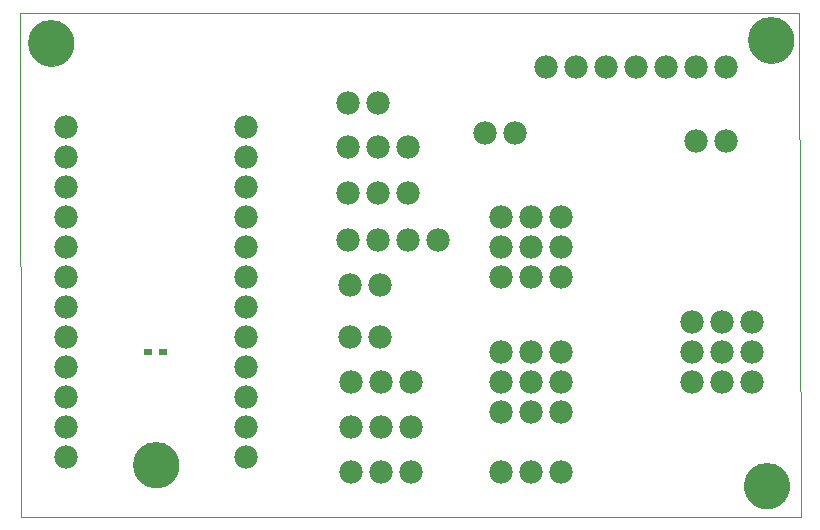
<source format=gbs>
G75*
%MOIN*%
%OFA0B0*%
%FSLAX25Y25*%
%IPPOS*%
%LPD*%
%AMOC8*
5,1,8,0,0,1.08239X$1,22.5*
%
%ADD10C,0.00000*%
%ADD11C,0.15350*%
%ADD12C,0.07800*%
%ADD13R,0.03156X0.02369*%
D10*
X0006300Y0005560D02*
X0005800Y0173761D01*
X0265721Y0173761D01*
X0266221Y0005560D01*
X0006300Y0005560D01*
X0043825Y0023060D02*
X0043827Y0023243D01*
X0043834Y0023427D01*
X0043845Y0023610D01*
X0043861Y0023793D01*
X0043881Y0023975D01*
X0043906Y0024157D01*
X0043935Y0024338D01*
X0043969Y0024518D01*
X0044007Y0024698D01*
X0044049Y0024876D01*
X0044096Y0025054D01*
X0044147Y0025230D01*
X0044202Y0025405D01*
X0044262Y0025578D01*
X0044326Y0025750D01*
X0044394Y0025921D01*
X0044466Y0026089D01*
X0044543Y0026256D01*
X0044623Y0026421D01*
X0044708Y0026584D01*
X0044796Y0026744D01*
X0044888Y0026903D01*
X0044985Y0027059D01*
X0045085Y0027213D01*
X0045189Y0027364D01*
X0045296Y0027513D01*
X0045407Y0027659D01*
X0045522Y0027802D01*
X0045640Y0027942D01*
X0045761Y0028080D01*
X0045886Y0028214D01*
X0046014Y0028346D01*
X0046146Y0028474D01*
X0046280Y0028599D01*
X0046418Y0028720D01*
X0046558Y0028838D01*
X0046701Y0028953D01*
X0046847Y0029064D01*
X0046996Y0029171D01*
X0047147Y0029275D01*
X0047301Y0029375D01*
X0047457Y0029472D01*
X0047616Y0029564D01*
X0047776Y0029652D01*
X0047939Y0029737D01*
X0048104Y0029817D01*
X0048271Y0029894D01*
X0048439Y0029966D01*
X0048610Y0030034D01*
X0048782Y0030098D01*
X0048955Y0030158D01*
X0049130Y0030213D01*
X0049306Y0030264D01*
X0049484Y0030311D01*
X0049662Y0030353D01*
X0049842Y0030391D01*
X0050022Y0030425D01*
X0050203Y0030454D01*
X0050385Y0030479D01*
X0050567Y0030499D01*
X0050750Y0030515D01*
X0050933Y0030526D01*
X0051117Y0030533D01*
X0051300Y0030535D01*
X0051483Y0030533D01*
X0051667Y0030526D01*
X0051850Y0030515D01*
X0052033Y0030499D01*
X0052215Y0030479D01*
X0052397Y0030454D01*
X0052578Y0030425D01*
X0052758Y0030391D01*
X0052938Y0030353D01*
X0053116Y0030311D01*
X0053294Y0030264D01*
X0053470Y0030213D01*
X0053645Y0030158D01*
X0053818Y0030098D01*
X0053990Y0030034D01*
X0054161Y0029966D01*
X0054329Y0029894D01*
X0054496Y0029817D01*
X0054661Y0029737D01*
X0054824Y0029652D01*
X0054984Y0029564D01*
X0055143Y0029472D01*
X0055299Y0029375D01*
X0055453Y0029275D01*
X0055604Y0029171D01*
X0055753Y0029064D01*
X0055899Y0028953D01*
X0056042Y0028838D01*
X0056182Y0028720D01*
X0056320Y0028599D01*
X0056454Y0028474D01*
X0056586Y0028346D01*
X0056714Y0028214D01*
X0056839Y0028080D01*
X0056960Y0027942D01*
X0057078Y0027802D01*
X0057193Y0027659D01*
X0057304Y0027513D01*
X0057411Y0027364D01*
X0057515Y0027213D01*
X0057615Y0027059D01*
X0057712Y0026903D01*
X0057804Y0026744D01*
X0057892Y0026584D01*
X0057977Y0026421D01*
X0058057Y0026256D01*
X0058134Y0026089D01*
X0058206Y0025921D01*
X0058274Y0025750D01*
X0058338Y0025578D01*
X0058398Y0025405D01*
X0058453Y0025230D01*
X0058504Y0025054D01*
X0058551Y0024876D01*
X0058593Y0024698D01*
X0058631Y0024518D01*
X0058665Y0024338D01*
X0058694Y0024157D01*
X0058719Y0023975D01*
X0058739Y0023793D01*
X0058755Y0023610D01*
X0058766Y0023427D01*
X0058773Y0023243D01*
X0058775Y0023060D01*
X0058773Y0022877D01*
X0058766Y0022693D01*
X0058755Y0022510D01*
X0058739Y0022327D01*
X0058719Y0022145D01*
X0058694Y0021963D01*
X0058665Y0021782D01*
X0058631Y0021602D01*
X0058593Y0021422D01*
X0058551Y0021244D01*
X0058504Y0021066D01*
X0058453Y0020890D01*
X0058398Y0020715D01*
X0058338Y0020542D01*
X0058274Y0020370D01*
X0058206Y0020199D01*
X0058134Y0020031D01*
X0058057Y0019864D01*
X0057977Y0019699D01*
X0057892Y0019536D01*
X0057804Y0019376D01*
X0057712Y0019217D01*
X0057615Y0019061D01*
X0057515Y0018907D01*
X0057411Y0018756D01*
X0057304Y0018607D01*
X0057193Y0018461D01*
X0057078Y0018318D01*
X0056960Y0018178D01*
X0056839Y0018040D01*
X0056714Y0017906D01*
X0056586Y0017774D01*
X0056454Y0017646D01*
X0056320Y0017521D01*
X0056182Y0017400D01*
X0056042Y0017282D01*
X0055899Y0017167D01*
X0055753Y0017056D01*
X0055604Y0016949D01*
X0055453Y0016845D01*
X0055299Y0016745D01*
X0055143Y0016648D01*
X0054984Y0016556D01*
X0054824Y0016468D01*
X0054661Y0016383D01*
X0054496Y0016303D01*
X0054329Y0016226D01*
X0054161Y0016154D01*
X0053990Y0016086D01*
X0053818Y0016022D01*
X0053645Y0015962D01*
X0053470Y0015907D01*
X0053294Y0015856D01*
X0053116Y0015809D01*
X0052938Y0015767D01*
X0052758Y0015729D01*
X0052578Y0015695D01*
X0052397Y0015666D01*
X0052215Y0015641D01*
X0052033Y0015621D01*
X0051850Y0015605D01*
X0051667Y0015594D01*
X0051483Y0015587D01*
X0051300Y0015585D01*
X0051117Y0015587D01*
X0050933Y0015594D01*
X0050750Y0015605D01*
X0050567Y0015621D01*
X0050385Y0015641D01*
X0050203Y0015666D01*
X0050022Y0015695D01*
X0049842Y0015729D01*
X0049662Y0015767D01*
X0049484Y0015809D01*
X0049306Y0015856D01*
X0049130Y0015907D01*
X0048955Y0015962D01*
X0048782Y0016022D01*
X0048610Y0016086D01*
X0048439Y0016154D01*
X0048271Y0016226D01*
X0048104Y0016303D01*
X0047939Y0016383D01*
X0047776Y0016468D01*
X0047616Y0016556D01*
X0047457Y0016648D01*
X0047301Y0016745D01*
X0047147Y0016845D01*
X0046996Y0016949D01*
X0046847Y0017056D01*
X0046701Y0017167D01*
X0046558Y0017282D01*
X0046418Y0017400D01*
X0046280Y0017521D01*
X0046146Y0017646D01*
X0046014Y0017774D01*
X0045886Y0017906D01*
X0045761Y0018040D01*
X0045640Y0018178D01*
X0045522Y0018318D01*
X0045407Y0018461D01*
X0045296Y0018607D01*
X0045189Y0018756D01*
X0045085Y0018907D01*
X0044985Y0019061D01*
X0044888Y0019217D01*
X0044796Y0019376D01*
X0044708Y0019536D01*
X0044623Y0019699D01*
X0044543Y0019864D01*
X0044466Y0020031D01*
X0044394Y0020199D01*
X0044326Y0020370D01*
X0044262Y0020542D01*
X0044202Y0020715D01*
X0044147Y0020890D01*
X0044096Y0021066D01*
X0044049Y0021244D01*
X0044007Y0021422D01*
X0043969Y0021602D01*
X0043935Y0021782D01*
X0043906Y0021963D01*
X0043881Y0022145D01*
X0043861Y0022327D01*
X0043845Y0022510D01*
X0043834Y0022693D01*
X0043827Y0022877D01*
X0043825Y0023060D01*
X0247325Y0016060D02*
X0247327Y0016243D01*
X0247334Y0016427D01*
X0247345Y0016610D01*
X0247361Y0016793D01*
X0247381Y0016975D01*
X0247406Y0017157D01*
X0247435Y0017338D01*
X0247469Y0017518D01*
X0247507Y0017698D01*
X0247549Y0017876D01*
X0247596Y0018054D01*
X0247647Y0018230D01*
X0247702Y0018405D01*
X0247762Y0018578D01*
X0247826Y0018750D01*
X0247894Y0018921D01*
X0247966Y0019089D01*
X0248043Y0019256D01*
X0248123Y0019421D01*
X0248208Y0019584D01*
X0248296Y0019744D01*
X0248388Y0019903D01*
X0248485Y0020059D01*
X0248585Y0020213D01*
X0248689Y0020364D01*
X0248796Y0020513D01*
X0248907Y0020659D01*
X0249022Y0020802D01*
X0249140Y0020942D01*
X0249261Y0021080D01*
X0249386Y0021214D01*
X0249514Y0021346D01*
X0249646Y0021474D01*
X0249780Y0021599D01*
X0249918Y0021720D01*
X0250058Y0021838D01*
X0250201Y0021953D01*
X0250347Y0022064D01*
X0250496Y0022171D01*
X0250647Y0022275D01*
X0250801Y0022375D01*
X0250957Y0022472D01*
X0251116Y0022564D01*
X0251276Y0022652D01*
X0251439Y0022737D01*
X0251604Y0022817D01*
X0251771Y0022894D01*
X0251939Y0022966D01*
X0252110Y0023034D01*
X0252282Y0023098D01*
X0252455Y0023158D01*
X0252630Y0023213D01*
X0252806Y0023264D01*
X0252984Y0023311D01*
X0253162Y0023353D01*
X0253342Y0023391D01*
X0253522Y0023425D01*
X0253703Y0023454D01*
X0253885Y0023479D01*
X0254067Y0023499D01*
X0254250Y0023515D01*
X0254433Y0023526D01*
X0254617Y0023533D01*
X0254800Y0023535D01*
X0254983Y0023533D01*
X0255167Y0023526D01*
X0255350Y0023515D01*
X0255533Y0023499D01*
X0255715Y0023479D01*
X0255897Y0023454D01*
X0256078Y0023425D01*
X0256258Y0023391D01*
X0256438Y0023353D01*
X0256616Y0023311D01*
X0256794Y0023264D01*
X0256970Y0023213D01*
X0257145Y0023158D01*
X0257318Y0023098D01*
X0257490Y0023034D01*
X0257661Y0022966D01*
X0257829Y0022894D01*
X0257996Y0022817D01*
X0258161Y0022737D01*
X0258324Y0022652D01*
X0258484Y0022564D01*
X0258643Y0022472D01*
X0258799Y0022375D01*
X0258953Y0022275D01*
X0259104Y0022171D01*
X0259253Y0022064D01*
X0259399Y0021953D01*
X0259542Y0021838D01*
X0259682Y0021720D01*
X0259820Y0021599D01*
X0259954Y0021474D01*
X0260086Y0021346D01*
X0260214Y0021214D01*
X0260339Y0021080D01*
X0260460Y0020942D01*
X0260578Y0020802D01*
X0260693Y0020659D01*
X0260804Y0020513D01*
X0260911Y0020364D01*
X0261015Y0020213D01*
X0261115Y0020059D01*
X0261212Y0019903D01*
X0261304Y0019744D01*
X0261392Y0019584D01*
X0261477Y0019421D01*
X0261557Y0019256D01*
X0261634Y0019089D01*
X0261706Y0018921D01*
X0261774Y0018750D01*
X0261838Y0018578D01*
X0261898Y0018405D01*
X0261953Y0018230D01*
X0262004Y0018054D01*
X0262051Y0017876D01*
X0262093Y0017698D01*
X0262131Y0017518D01*
X0262165Y0017338D01*
X0262194Y0017157D01*
X0262219Y0016975D01*
X0262239Y0016793D01*
X0262255Y0016610D01*
X0262266Y0016427D01*
X0262273Y0016243D01*
X0262275Y0016060D01*
X0262273Y0015877D01*
X0262266Y0015693D01*
X0262255Y0015510D01*
X0262239Y0015327D01*
X0262219Y0015145D01*
X0262194Y0014963D01*
X0262165Y0014782D01*
X0262131Y0014602D01*
X0262093Y0014422D01*
X0262051Y0014244D01*
X0262004Y0014066D01*
X0261953Y0013890D01*
X0261898Y0013715D01*
X0261838Y0013542D01*
X0261774Y0013370D01*
X0261706Y0013199D01*
X0261634Y0013031D01*
X0261557Y0012864D01*
X0261477Y0012699D01*
X0261392Y0012536D01*
X0261304Y0012376D01*
X0261212Y0012217D01*
X0261115Y0012061D01*
X0261015Y0011907D01*
X0260911Y0011756D01*
X0260804Y0011607D01*
X0260693Y0011461D01*
X0260578Y0011318D01*
X0260460Y0011178D01*
X0260339Y0011040D01*
X0260214Y0010906D01*
X0260086Y0010774D01*
X0259954Y0010646D01*
X0259820Y0010521D01*
X0259682Y0010400D01*
X0259542Y0010282D01*
X0259399Y0010167D01*
X0259253Y0010056D01*
X0259104Y0009949D01*
X0258953Y0009845D01*
X0258799Y0009745D01*
X0258643Y0009648D01*
X0258484Y0009556D01*
X0258324Y0009468D01*
X0258161Y0009383D01*
X0257996Y0009303D01*
X0257829Y0009226D01*
X0257661Y0009154D01*
X0257490Y0009086D01*
X0257318Y0009022D01*
X0257145Y0008962D01*
X0256970Y0008907D01*
X0256794Y0008856D01*
X0256616Y0008809D01*
X0256438Y0008767D01*
X0256258Y0008729D01*
X0256078Y0008695D01*
X0255897Y0008666D01*
X0255715Y0008641D01*
X0255533Y0008621D01*
X0255350Y0008605D01*
X0255167Y0008594D01*
X0254983Y0008587D01*
X0254800Y0008585D01*
X0254617Y0008587D01*
X0254433Y0008594D01*
X0254250Y0008605D01*
X0254067Y0008621D01*
X0253885Y0008641D01*
X0253703Y0008666D01*
X0253522Y0008695D01*
X0253342Y0008729D01*
X0253162Y0008767D01*
X0252984Y0008809D01*
X0252806Y0008856D01*
X0252630Y0008907D01*
X0252455Y0008962D01*
X0252282Y0009022D01*
X0252110Y0009086D01*
X0251939Y0009154D01*
X0251771Y0009226D01*
X0251604Y0009303D01*
X0251439Y0009383D01*
X0251276Y0009468D01*
X0251116Y0009556D01*
X0250957Y0009648D01*
X0250801Y0009745D01*
X0250647Y0009845D01*
X0250496Y0009949D01*
X0250347Y0010056D01*
X0250201Y0010167D01*
X0250058Y0010282D01*
X0249918Y0010400D01*
X0249780Y0010521D01*
X0249646Y0010646D01*
X0249514Y0010774D01*
X0249386Y0010906D01*
X0249261Y0011040D01*
X0249140Y0011178D01*
X0249022Y0011318D01*
X0248907Y0011461D01*
X0248796Y0011607D01*
X0248689Y0011756D01*
X0248585Y0011907D01*
X0248485Y0012061D01*
X0248388Y0012217D01*
X0248296Y0012376D01*
X0248208Y0012536D01*
X0248123Y0012699D01*
X0248043Y0012864D01*
X0247966Y0013031D01*
X0247894Y0013199D01*
X0247826Y0013370D01*
X0247762Y0013542D01*
X0247702Y0013715D01*
X0247647Y0013890D01*
X0247596Y0014066D01*
X0247549Y0014244D01*
X0247507Y0014422D01*
X0247469Y0014602D01*
X0247435Y0014782D01*
X0247406Y0014963D01*
X0247381Y0015145D01*
X0247361Y0015327D01*
X0247345Y0015510D01*
X0247334Y0015693D01*
X0247327Y0015877D01*
X0247325Y0016060D01*
X0248825Y0164560D02*
X0248827Y0164743D01*
X0248834Y0164927D01*
X0248845Y0165110D01*
X0248861Y0165293D01*
X0248881Y0165475D01*
X0248906Y0165657D01*
X0248935Y0165838D01*
X0248969Y0166018D01*
X0249007Y0166198D01*
X0249049Y0166376D01*
X0249096Y0166554D01*
X0249147Y0166730D01*
X0249202Y0166905D01*
X0249262Y0167078D01*
X0249326Y0167250D01*
X0249394Y0167421D01*
X0249466Y0167589D01*
X0249543Y0167756D01*
X0249623Y0167921D01*
X0249708Y0168084D01*
X0249796Y0168244D01*
X0249888Y0168403D01*
X0249985Y0168559D01*
X0250085Y0168713D01*
X0250189Y0168864D01*
X0250296Y0169013D01*
X0250407Y0169159D01*
X0250522Y0169302D01*
X0250640Y0169442D01*
X0250761Y0169580D01*
X0250886Y0169714D01*
X0251014Y0169846D01*
X0251146Y0169974D01*
X0251280Y0170099D01*
X0251418Y0170220D01*
X0251558Y0170338D01*
X0251701Y0170453D01*
X0251847Y0170564D01*
X0251996Y0170671D01*
X0252147Y0170775D01*
X0252301Y0170875D01*
X0252457Y0170972D01*
X0252616Y0171064D01*
X0252776Y0171152D01*
X0252939Y0171237D01*
X0253104Y0171317D01*
X0253271Y0171394D01*
X0253439Y0171466D01*
X0253610Y0171534D01*
X0253782Y0171598D01*
X0253955Y0171658D01*
X0254130Y0171713D01*
X0254306Y0171764D01*
X0254484Y0171811D01*
X0254662Y0171853D01*
X0254842Y0171891D01*
X0255022Y0171925D01*
X0255203Y0171954D01*
X0255385Y0171979D01*
X0255567Y0171999D01*
X0255750Y0172015D01*
X0255933Y0172026D01*
X0256117Y0172033D01*
X0256300Y0172035D01*
X0256483Y0172033D01*
X0256667Y0172026D01*
X0256850Y0172015D01*
X0257033Y0171999D01*
X0257215Y0171979D01*
X0257397Y0171954D01*
X0257578Y0171925D01*
X0257758Y0171891D01*
X0257938Y0171853D01*
X0258116Y0171811D01*
X0258294Y0171764D01*
X0258470Y0171713D01*
X0258645Y0171658D01*
X0258818Y0171598D01*
X0258990Y0171534D01*
X0259161Y0171466D01*
X0259329Y0171394D01*
X0259496Y0171317D01*
X0259661Y0171237D01*
X0259824Y0171152D01*
X0259984Y0171064D01*
X0260143Y0170972D01*
X0260299Y0170875D01*
X0260453Y0170775D01*
X0260604Y0170671D01*
X0260753Y0170564D01*
X0260899Y0170453D01*
X0261042Y0170338D01*
X0261182Y0170220D01*
X0261320Y0170099D01*
X0261454Y0169974D01*
X0261586Y0169846D01*
X0261714Y0169714D01*
X0261839Y0169580D01*
X0261960Y0169442D01*
X0262078Y0169302D01*
X0262193Y0169159D01*
X0262304Y0169013D01*
X0262411Y0168864D01*
X0262515Y0168713D01*
X0262615Y0168559D01*
X0262712Y0168403D01*
X0262804Y0168244D01*
X0262892Y0168084D01*
X0262977Y0167921D01*
X0263057Y0167756D01*
X0263134Y0167589D01*
X0263206Y0167421D01*
X0263274Y0167250D01*
X0263338Y0167078D01*
X0263398Y0166905D01*
X0263453Y0166730D01*
X0263504Y0166554D01*
X0263551Y0166376D01*
X0263593Y0166198D01*
X0263631Y0166018D01*
X0263665Y0165838D01*
X0263694Y0165657D01*
X0263719Y0165475D01*
X0263739Y0165293D01*
X0263755Y0165110D01*
X0263766Y0164927D01*
X0263773Y0164743D01*
X0263775Y0164560D01*
X0263773Y0164377D01*
X0263766Y0164193D01*
X0263755Y0164010D01*
X0263739Y0163827D01*
X0263719Y0163645D01*
X0263694Y0163463D01*
X0263665Y0163282D01*
X0263631Y0163102D01*
X0263593Y0162922D01*
X0263551Y0162744D01*
X0263504Y0162566D01*
X0263453Y0162390D01*
X0263398Y0162215D01*
X0263338Y0162042D01*
X0263274Y0161870D01*
X0263206Y0161699D01*
X0263134Y0161531D01*
X0263057Y0161364D01*
X0262977Y0161199D01*
X0262892Y0161036D01*
X0262804Y0160876D01*
X0262712Y0160717D01*
X0262615Y0160561D01*
X0262515Y0160407D01*
X0262411Y0160256D01*
X0262304Y0160107D01*
X0262193Y0159961D01*
X0262078Y0159818D01*
X0261960Y0159678D01*
X0261839Y0159540D01*
X0261714Y0159406D01*
X0261586Y0159274D01*
X0261454Y0159146D01*
X0261320Y0159021D01*
X0261182Y0158900D01*
X0261042Y0158782D01*
X0260899Y0158667D01*
X0260753Y0158556D01*
X0260604Y0158449D01*
X0260453Y0158345D01*
X0260299Y0158245D01*
X0260143Y0158148D01*
X0259984Y0158056D01*
X0259824Y0157968D01*
X0259661Y0157883D01*
X0259496Y0157803D01*
X0259329Y0157726D01*
X0259161Y0157654D01*
X0258990Y0157586D01*
X0258818Y0157522D01*
X0258645Y0157462D01*
X0258470Y0157407D01*
X0258294Y0157356D01*
X0258116Y0157309D01*
X0257938Y0157267D01*
X0257758Y0157229D01*
X0257578Y0157195D01*
X0257397Y0157166D01*
X0257215Y0157141D01*
X0257033Y0157121D01*
X0256850Y0157105D01*
X0256667Y0157094D01*
X0256483Y0157087D01*
X0256300Y0157085D01*
X0256117Y0157087D01*
X0255933Y0157094D01*
X0255750Y0157105D01*
X0255567Y0157121D01*
X0255385Y0157141D01*
X0255203Y0157166D01*
X0255022Y0157195D01*
X0254842Y0157229D01*
X0254662Y0157267D01*
X0254484Y0157309D01*
X0254306Y0157356D01*
X0254130Y0157407D01*
X0253955Y0157462D01*
X0253782Y0157522D01*
X0253610Y0157586D01*
X0253439Y0157654D01*
X0253271Y0157726D01*
X0253104Y0157803D01*
X0252939Y0157883D01*
X0252776Y0157968D01*
X0252616Y0158056D01*
X0252457Y0158148D01*
X0252301Y0158245D01*
X0252147Y0158345D01*
X0251996Y0158449D01*
X0251847Y0158556D01*
X0251701Y0158667D01*
X0251558Y0158782D01*
X0251418Y0158900D01*
X0251280Y0159021D01*
X0251146Y0159146D01*
X0251014Y0159274D01*
X0250886Y0159406D01*
X0250761Y0159540D01*
X0250640Y0159678D01*
X0250522Y0159818D01*
X0250407Y0159961D01*
X0250296Y0160107D01*
X0250189Y0160256D01*
X0250085Y0160407D01*
X0249985Y0160561D01*
X0249888Y0160717D01*
X0249796Y0160876D01*
X0249708Y0161036D01*
X0249623Y0161199D01*
X0249543Y0161364D01*
X0249466Y0161531D01*
X0249394Y0161699D01*
X0249326Y0161870D01*
X0249262Y0162042D01*
X0249202Y0162215D01*
X0249147Y0162390D01*
X0249096Y0162566D01*
X0249049Y0162744D01*
X0249007Y0162922D01*
X0248969Y0163102D01*
X0248935Y0163282D01*
X0248906Y0163463D01*
X0248881Y0163645D01*
X0248861Y0163827D01*
X0248845Y0164010D01*
X0248834Y0164193D01*
X0248827Y0164377D01*
X0248825Y0164560D01*
X0008825Y0163560D02*
X0008827Y0163743D01*
X0008834Y0163927D01*
X0008845Y0164110D01*
X0008861Y0164293D01*
X0008881Y0164475D01*
X0008906Y0164657D01*
X0008935Y0164838D01*
X0008969Y0165018D01*
X0009007Y0165198D01*
X0009049Y0165376D01*
X0009096Y0165554D01*
X0009147Y0165730D01*
X0009202Y0165905D01*
X0009262Y0166078D01*
X0009326Y0166250D01*
X0009394Y0166421D01*
X0009466Y0166589D01*
X0009543Y0166756D01*
X0009623Y0166921D01*
X0009708Y0167084D01*
X0009796Y0167244D01*
X0009888Y0167403D01*
X0009985Y0167559D01*
X0010085Y0167713D01*
X0010189Y0167864D01*
X0010296Y0168013D01*
X0010407Y0168159D01*
X0010522Y0168302D01*
X0010640Y0168442D01*
X0010761Y0168580D01*
X0010886Y0168714D01*
X0011014Y0168846D01*
X0011146Y0168974D01*
X0011280Y0169099D01*
X0011418Y0169220D01*
X0011558Y0169338D01*
X0011701Y0169453D01*
X0011847Y0169564D01*
X0011996Y0169671D01*
X0012147Y0169775D01*
X0012301Y0169875D01*
X0012457Y0169972D01*
X0012616Y0170064D01*
X0012776Y0170152D01*
X0012939Y0170237D01*
X0013104Y0170317D01*
X0013271Y0170394D01*
X0013439Y0170466D01*
X0013610Y0170534D01*
X0013782Y0170598D01*
X0013955Y0170658D01*
X0014130Y0170713D01*
X0014306Y0170764D01*
X0014484Y0170811D01*
X0014662Y0170853D01*
X0014842Y0170891D01*
X0015022Y0170925D01*
X0015203Y0170954D01*
X0015385Y0170979D01*
X0015567Y0170999D01*
X0015750Y0171015D01*
X0015933Y0171026D01*
X0016117Y0171033D01*
X0016300Y0171035D01*
X0016483Y0171033D01*
X0016667Y0171026D01*
X0016850Y0171015D01*
X0017033Y0170999D01*
X0017215Y0170979D01*
X0017397Y0170954D01*
X0017578Y0170925D01*
X0017758Y0170891D01*
X0017938Y0170853D01*
X0018116Y0170811D01*
X0018294Y0170764D01*
X0018470Y0170713D01*
X0018645Y0170658D01*
X0018818Y0170598D01*
X0018990Y0170534D01*
X0019161Y0170466D01*
X0019329Y0170394D01*
X0019496Y0170317D01*
X0019661Y0170237D01*
X0019824Y0170152D01*
X0019984Y0170064D01*
X0020143Y0169972D01*
X0020299Y0169875D01*
X0020453Y0169775D01*
X0020604Y0169671D01*
X0020753Y0169564D01*
X0020899Y0169453D01*
X0021042Y0169338D01*
X0021182Y0169220D01*
X0021320Y0169099D01*
X0021454Y0168974D01*
X0021586Y0168846D01*
X0021714Y0168714D01*
X0021839Y0168580D01*
X0021960Y0168442D01*
X0022078Y0168302D01*
X0022193Y0168159D01*
X0022304Y0168013D01*
X0022411Y0167864D01*
X0022515Y0167713D01*
X0022615Y0167559D01*
X0022712Y0167403D01*
X0022804Y0167244D01*
X0022892Y0167084D01*
X0022977Y0166921D01*
X0023057Y0166756D01*
X0023134Y0166589D01*
X0023206Y0166421D01*
X0023274Y0166250D01*
X0023338Y0166078D01*
X0023398Y0165905D01*
X0023453Y0165730D01*
X0023504Y0165554D01*
X0023551Y0165376D01*
X0023593Y0165198D01*
X0023631Y0165018D01*
X0023665Y0164838D01*
X0023694Y0164657D01*
X0023719Y0164475D01*
X0023739Y0164293D01*
X0023755Y0164110D01*
X0023766Y0163927D01*
X0023773Y0163743D01*
X0023775Y0163560D01*
X0023773Y0163377D01*
X0023766Y0163193D01*
X0023755Y0163010D01*
X0023739Y0162827D01*
X0023719Y0162645D01*
X0023694Y0162463D01*
X0023665Y0162282D01*
X0023631Y0162102D01*
X0023593Y0161922D01*
X0023551Y0161744D01*
X0023504Y0161566D01*
X0023453Y0161390D01*
X0023398Y0161215D01*
X0023338Y0161042D01*
X0023274Y0160870D01*
X0023206Y0160699D01*
X0023134Y0160531D01*
X0023057Y0160364D01*
X0022977Y0160199D01*
X0022892Y0160036D01*
X0022804Y0159876D01*
X0022712Y0159717D01*
X0022615Y0159561D01*
X0022515Y0159407D01*
X0022411Y0159256D01*
X0022304Y0159107D01*
X0022193Y0158961D01*
X0022078Y0158818D01*
X0021960Y0158678D01*
X0021839Y0158540D01*
X0021714Y0158406D01*
X0021586Y0158274D01*
X0021454Y0158146D01*
X0021320Y0158021D01*
X0021182Y0157900D01*
X0021042Y0157782D01*
X0020899Y0157667D01*
X0020753Y0157556D01*
X0020604Y0157449D01*
X0020453Y0157345D01*
X0020299Y0157245D01*
X0020143Y0157148D01*
X0019984Y0157056D01*
X0019824Y0156968D01*
X0019661Y0156883D01*
X0019496Y0156803D01*
X0019329Y0156726D01*
X0019161Y0156654D01*
X0018990Y0156586D01*
X0018818Y0156522D01*
X0018645Y0156462D01*
X0018470Y0156407D01*
X0018294Y0156356D01*
X0018116Y0156309D01*
X0017938Y0156267D01*
X0017758Y0156229D01*
X0017578Y0156195D01*
X0017397Y0156166D01*
X0017215Y0156141D01*
X0017033Y0156121D01*
X0016850Y0156105D01*
X0016667Y0156094D01*
X0016483Y0156087D01*
X0016300Y0156085D01*
X0016117Y0156087D01*
X0015933Y0156094D01*
X0015750Y0156105D01*
X0015567Y0156121D01*
X0015385Y0156141D01*
X0015203Y0156166D01*
X0015022Y0156195D01*
X0014842Y0156229D01*
X0014662Y0156267D01*
X0014484Y0156309D01*
X0014306Y0156356D01*
X0014130Y0156407D01*
X0013955Y0156462D01*
X0013782Y0156522D01*
X0013610Y0156586D01*
X0013439Y0156654D01*
X0013271Y0156726D01*
X0013104Y0156803D01*
X0012939Y0156883D01*
X0012776Y0156968D01*
X0012616Y0157056D01*
X0012457Y0157148D01*
X0012301Y0157245D01*
X0012147Y0157345D01*
X0011996Y0157449D01*
X0011847Y0157556D01*
X0011701Y0157667D01*
X0011558Y0157782D01*
X0011418Y0157900D01*
X0011280Y0158021D01*
X0011146Y0158146D01*
X0011014Y0158274D01*
X0010886Y0158406D01*
X0010761Y0158540D01*
X0010640Y0158678D01*
X0010522Y0158818D01*
X0010407Y0158961D01*
X0010296Y0159107D01*
X0010189Y0159256D01*
X0010085Y0159407D01*
X0009985Y0159561D01*
X0009888Y0159717D01*
X0009796Y0159876D01*
X0009708Y0160036D01*
X0009623Y0160199D01*
X0009543Y0160364D01*
X0009466Y0160531D01*
X0009394Y0160699D01*
X0009326Y0160870D01*
X0009262Y0161042D01*
X0009202Y0161215D01*
X0009147Y0161390D01*
X0009096Y0161566D01*
X0009049Y0161744D01*
X0009007Y0161922D01*
X0008969Y0162102D01*
X0008935Y0162282D01*
X0008906Y0162463D01*
X0008881Y0162645D01*
X0008861Y0162827D01*
X0008845Y0163010D01*
X0008834Y0163193D01*
X0008827Y0163377D01*
X0008825Y0163560D01*
D11*
X0016300Y0163560D03*
X0051300Y0023060D03*
X0254800Y0016060D03*
X0256300Y0164560D03*
D12*
X0241300Y0155560D03*
X0231300Y0155560D03*
X0221300Y0155560D03*
X0211300Y0155560D03*
X0201300Y0155560D03*
X0191300Y0155560D03*
X0181300Y0155560D03*
X0170800Y0133560D03*
X0160800Y0133560D03*
X0135300Y0129060D03*
X0125300Y0129060D03*
X0115300Y0129060D03*
X0115300Y0113560D03*
X0125300Y0113560D03*
X0135300Y0113560D03*
X0135300Y0098060D03*
X0125300Y0098060D03*
X0115300Y0098060D03*
X0115800Y0083060D03*
X0125800Y0083060D03*
X0125800Y0065560D03*
X0115800Y0065560D03*
X0116300Y0050560D03*
X0126300Y0050560D03*
X0136300Y0050560D03*
X0136300Y0035560D03*
X0126300Y0035560D03*
X0116300Y0035560D03*
X0116300Y0020560D03*
X0126300Y0020560D03*
X0136300Y0020560D03*
X0166300Y0020560D03*
X0176300Y0020560D03*
X0186300Y0020560D03*
X0186300Y0040560D03*
X0176300Y0040560D03*
X0166300Y0040560D03*
X0166300Y0050560D03*
X0176300Y0050560D03*
X0186300Y0050560D03*
X0186300Y0060560D03*
X0176300Y0060560D03*
X0166300Y0060560D03*
X0166300Y0085560D03*
X0176300Y0085560D03*
X0186300Y0085560D03*
X0186300Y0095560D03*
X0176300Y0095560D03*
X0166300Y0095560D03*
X0166300Y0105560D03*
X0176300Y0105560D03*
X0186300Y0105560D03*
X0145300Y0098060D03*
X0081300Y0095560D03*
X0081300Y0105560D03*
X0081300Y0115560D03*
X0081300Y0125560D03*
X0081300Y0135560D03*
X0115300Y0143560D03*
X0125300Y0143560D03*
X0081300Y0085560D03*
X0081300Y0075560D03*
X0081300Y0065560D03*
X0081300Y0055560D03*
X0081300Y0045560D03*
X0081300Y0035560D03*
X0081300Y0025560D03*
X0021300Y0025560D03*
X0021300Y0035560D03*
X0021300Y0045560D03*
X0021300Y0055560D03*
X0021300Y0065560D03*
X0021300Y0075560D03*
X0021300Y0085560D03*
X0021300Y0095560D03*
X0021300Y0105560D03*
X0021300Y0115560D03*
X0021300Y0125560D03*
X0021300Y0135560D03*
X0231300Y0131060D03*
X0241300Y0131060D03*
X0239800Y0070560D03*
X0229800Y0070560D03*
X0229800Y0060560D03*
X0239800Y0060560D03*
X0249800Y0060560D03*
X0249800Y0070560D03*
X0249800Y0050560D03*
X0239800Y0050560D03*
X0229800Y0050560D03*
D13*
X0053662Y0060560D03*
X0048544Y0060560D03*
M02*

</source>
